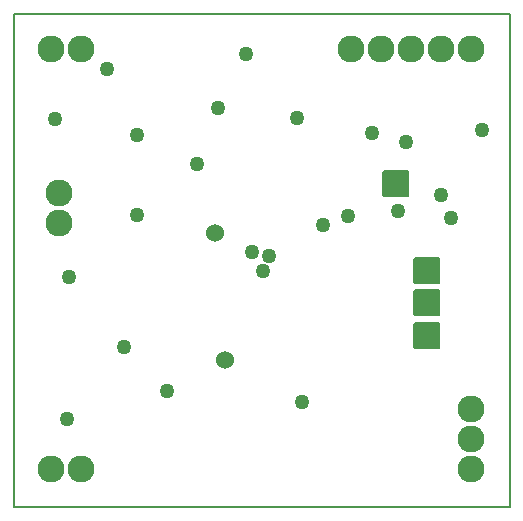
<source format=gbs>
G04 PROTEUS RS274X GERBER FILE*
%FSLAX45Y45*%
%MOMM*%
G01*
%ADD14C,1.270000*%
%ADD28C,1.524000*%
%ADD34C,2.286000*%
%AMPPAD034*
4,1,36,
-1.016000,1.143000,
1.016000,1.143000,
1.041970,1.140470,
1.065980,1.133200,
1.087580,1.121650,
1.106290,1.106290,
1.121650,1.087570,
1.133200,1.065980,
1.140470,1.041970,
1.143000,1.016000,
1.143000,-1.016000,
1.140470,-1.041970,
1.133200,-1.065980,
1.121650,-1.087570,
1.106290,-1.106290,
1.087580,-1.121650,
1.065980,-1.133200,
1.041970,-1.140470,
1.016000,-1.143000,
-1.016000,-1.143000,
-1.041970,-1.140470,
-1.065980,-1.133200,
-1.087580,-1.121650,
-1.106290,-1.106290,
-1.121650,-1.087570,
-1.133200,-1.065980,
-1.140470,-1.041970,
-1.143000,-1.016000,
-1.143000,1.016000,
-1.140470,1.041970,
-1.133200,1.065980,
-1.121650,1.087570,
-1.106290,1.106290,
-1.087580,1.121650,
-1.065980,1.133200,
-1.041970,1.140470,
-1.016000,1.143000,
0*%
%ADD40PPAD034*%
%ADD11C,0.203200*%
%TD.AperFunction*%
D14*
X+1861408Y+480144D03*
X+1778496Y+674383D03*
X-905045Y-615494D03*
X-794930Y+1183060D03*
X-288398Y+937135D03*
X+599868Y-1077979D03*
X+326000Y+159000D03*
X+556000Y+1329000D03*
X+776000Y+419000D03*
X+2123503Y+1222574D03*
X+1416000Y+539000D03*
X+126000Y+1869000D03*
X-1489818Y+1312596D03*
X+988506Y+494908D03*
X+1478471Y+1123453D03*
X+178874Y+189000D03*
X+268520Y+31520D03*
X-1053001Y+1742191D03*
X-107186Y+1412994D03*
X-1374000Y-21000D03*
X-1384000Y-1221000D03*
X-792317Y+504419D03*
D28*
X-134000Y+349000D03*
X-54000Y-721000D03*
D14*
X+1196000Y+1199000D03*
X-540263Y-987327D03*
D34*
X-1524000Y-1651000D03*
X-1270000Y-1651000D03*
X+2032000Y-1651000D03*
X+2032000Y-1397000D03*
X+2032000Y-1143000D03*
X+2032000Y+1905000D03*
X+1778000Y+1905000D03*
X+1524000Y+1905000D03*
X+1270000Y+1905000D03*
X+1016000Y+1905000D03*
X-1270000Y+1905000D03*
X-1524000Y+1905000D03*
X-1452880Y+439420D03*
X-1452880Y+693420D03*
D40*
X+1397000Y+769620D03*
X+1661160Y+31460D03*
X+1658620Y-520700D03*
X+1658620Y-243840D03*
D11*
X-1839040Y-1971900D02*
X+2360960Y-1971900D01*
X+2360960Y+2208100D01*
X-1839040Y+2208100D01*
X-1839040Y-1971900D01*
M02*

</source>
